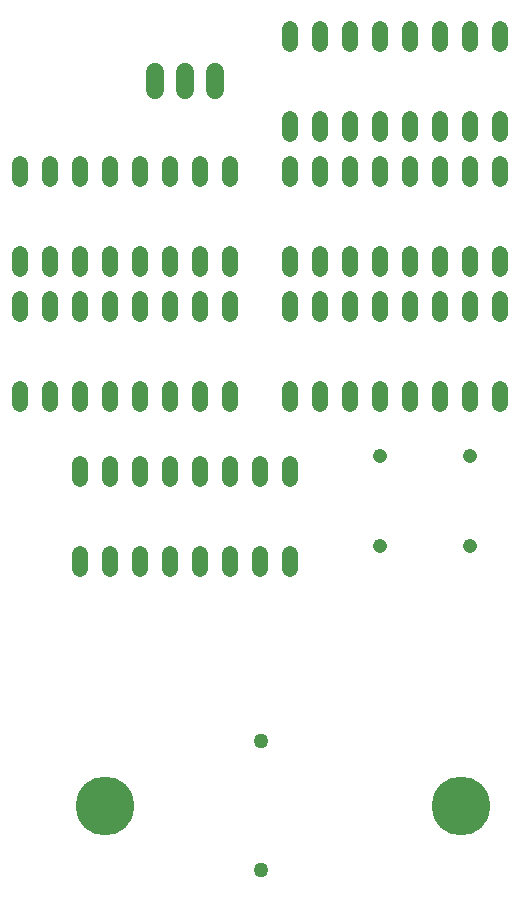
<source format=gbr>
G04 EAGLE Gerber RS-274X export*
G75*
%MOMM*%
%FSLAX34Y34*%
%LPD*%
%INBottom Copper*%
%IPPOS*%
%AMOC8*
5,1,8,0,0,1.08239X$1,22.5*%
G01*
%ADD10C,1.320800*%
%ADD11C,1.524000*%
%ADD12C,1.270000*%
%ADD13C,4.978400*%
%ADD14C,1.208000*%


D10*
X-508000Y399796D02*
X-508000Y413004D01*
X-482600Y413004D02*
X-482600Y399796D01*
X-355600Y399796D02*
X-355600Y413004D01*
X-330200Y413004D02*
X-330200Y399796D01*
X-457200Y399796D02*
X-457200Y413004D01*
X-431800Y413004D02*
X-431800Y399796D01*
X-381000Y399796D02*
X-381000Y413004D01*
X-406400Y413004D02*
X-406400Y399796D01*
X-330200Y475996D02*
X-330200Y489204D01*
X-355600Y489204D02*
X-355600Y475996D01*
X-381000Y475996D02*
X-381000Y489204D01*
X-406400Y489204D02*
X-406400Y475996D01*
X-431800Y475996D02*
X-431800Y489204D01*
X-457200Y489204D02*
X-457200Y475996D01*
X-482600Y475996D02*
X-482600Y489204D01*
X-508000Y489204D02*
X-508000Y475996D01*
X-330200Y539496D02*
X-330200Y552704D01*
X-304800Y552704D02*
X-304800Y539496D01*
X-177800Y539496D02*
X-177800Y552704D01*
X-152400Y552704D02*
X-152400Y539496D01*
X-279400Y539496D02*
X-279400Y552704D01*
X-254000Y552704D02*
X-254000Y539496D01*
X-203200Y539496D02*
X-203200Y552704D01*
X-228600Y552704D02*
X-228600Y539496D01*
X-152400Y615696D02*
X-152400Y628904D01*
X-177800Y628904D02*
X-177800Y615696D01*
X-203200Y615696D02*
X-203200Y628904D01*
X-228600Y628904D02*
X-228600Y615696D01*
X-254000Y615696D02*
X-254000Y628904D01*
X-279400Y628904D02*
X-279400Y615696D01*
X-304800Y615696D02*
X-304800Y628904D01*
X-330200Y628904D02*
X-330200Y615696D01*
X-558800Y552704D02*
X-558800Y539496D01*
X-533400Y539496D02*
X-533400Y552704D01*
X-406400Y552704D02*
X-406400Y539496D01*
X-381000Y539496D02*
X-381000Y552704D01*
X-508000Y552704D02*
X-508000Y539496D01*
X-482600Y539496D02*
X-482600Y552704D01*
X-431800Y552704D02*
X-431800Y539496D01*
X-457200Y539496D02*
X-457200Y552704D01*
X-381000Y615696D02*
X-381000Y628904D01*
X-406400Y628904D02*
X-406400Y615696D01*
X-431800Y615696D02*
X-431800Y628904D01*
X-457200Y628904D02*
X-457200Y615696D01*
X-482600Y615696D02*
X-482600Y628904D01*
X-508000Y628904D02*
X-508000Y615696D01*
X-533400Y615696D02*
X-533400Y628904D01*
X-558800Y628904D02*
X-558800Y615696D01*
X-330200Y653796D02*
X-330200Y667004D01*
X-304800Y667004D02*
X-304800Y653796D01*
X-177800Y653796D02*
X-177800Y667004D01*
X-152400Y667004D02*
X-152400Y653796D01*
X-279400Y653796D02*
X-279400Y667004D01*
X-254000Y667004D02*
X-254000Y653796D01*
X-203200Y653796D02*
X-203200Y667004D01*
X-228600Y667004D02*
X-228600Y653796D01*
X-152400Y729996D02*
X-152400Y743204D01*
X-177800Y743204D02*
X-177800Y729996D01*
X-203200Y729996D02*
X-203200Y743204D01*
X-228600Y743204D02*
X-228600Y729996D01*
X-254000Y729996D02*
X-254000Y743204D01*
X-279400Y743204D02*
X-279400Y729996D01*
X-304800Y729996D02*
X-304800Y743204D01*
X-330200Y743204D02*
X-330200Y729996D01*
X-558800Y667004D02*
X-558800Y653796D01*
X-533400Y653796D02*
X-533400Y667004D01*
X-406400Y667004D02*
X-406400Y653796D01*
X-381000Y653796D02*
X-381000Y667004D01*
X-508000Y667004D02*
X-508000Y653796D01*
X-482600Y653796D02*
X-482600Y667004D01*
X-431800Y667004D02*
X-431800Y653796D01*
X-457200Y653796D02*
X-457200Y667004D01*
X-381000Y729996D02*
X-381000Y743204D01*
X-406400Y743204D02*
X-406400Y729996D01*
X-431800Y729996D02*
X-431800Y743204D01*
X-457200Y743204D02*
X-457200Y729996D01*
X-482600Y729996D02*
X-482600Y743204D01*
X-508000Y743204D02*
X-508000Y729996D01*
X-533400Y729996D02*
X-533400Y743204D01*
X-558800Y743204D02*
X-558800Y729996D01*
X-330200Y768096D02*
X-330200Y781304D01*
X-304800Y781304D02*
X-304800Y768096D01*
X-177800Y768096D02*
X-177800Y781304D01*
X-152400Y781304D02*
X-152400Y768096D01*
X-279400Y768096D02*
X-279400Y781304D01*
X-254000Y781304D02*
X-254000Y768096D01*
X-203200Y768096D02*
X-203200Y781304D01*
X-228600Y781304D02*
X-228600Y768096D01*
X-152400Y844296D02*
X-152400Y857504D01*
X-177800Y857504D02*
X-177800Y844296D01*
X-203200Y844296D02*
X-203200Y857504D01*
X-228600Y857504D02*
X-228600Y844296D01*
X-254000Y844296D02*
X-254000Y857504D01*
X-279400Y857504D02*
X-279400Y844296D01*
X-304800Y844296D02*
X-304800Y857504D01*
X-330200Y857504D02*
X-330200Y844296D01*
D11*
X-444500Y820420D02*
X-444500Y805180D01*
X-419100Y805180D02*
X-419100Y820420D01*
X-393700Y820420D02*
X-393700Y805180D01*
D12*
X-354584Y145034D03*
X-354584Y254000D03*
D13*
X-185166Y199390D03*
X-486918Y199390D03*
D14*
X-254000Y419100D03*
X-177800Y419100D03*
X-254000Y495300D03*
X-177800Y495300D03*
M02*

</source>
